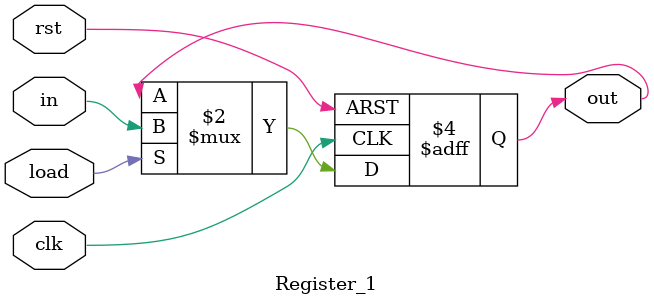
<source format=v>
`timescale 1ns/1ns

module Register_1(input clk , rst , load , in , output reg out);
  always @ (posedge clk , posedge rst) begin
    if(rst) out <= 1'b0;
    else
      if(load) out <= in;
  end
endmodule

</source>
